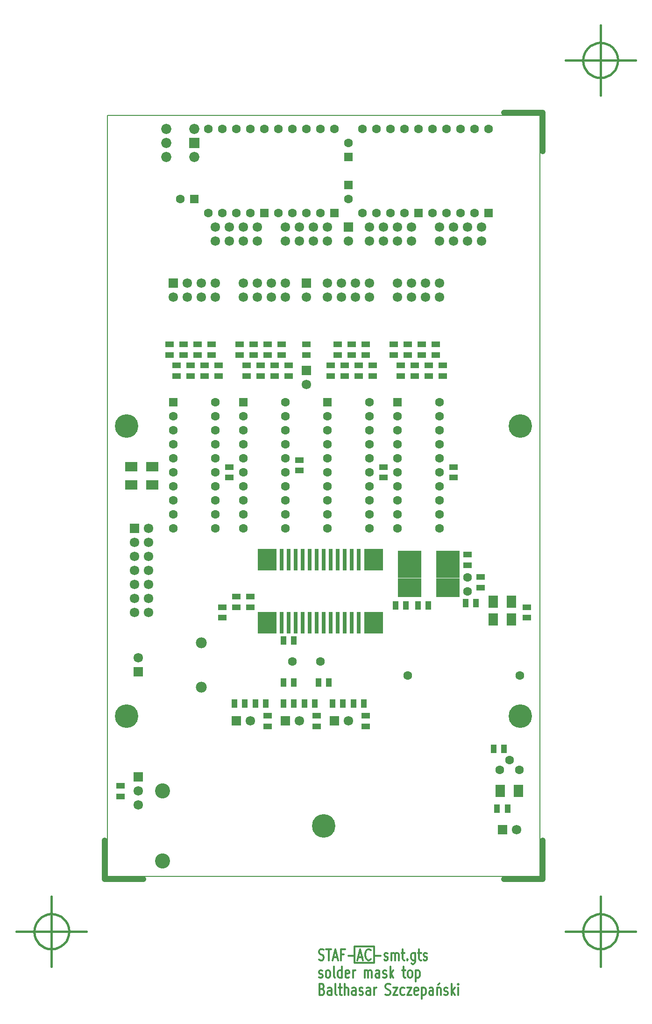
<source format=gts>
G04 (created by PCBNEW-RS274X (2012-apr-16-27)-stable) date sob, 2 kwi 2016, 18:39:04*
G01*
G70*
G90*
%MOIN*%
G04 Gerber Fmt 3.4, Leading zero omitted, Abs format*
%FSLAX34Y34*%
G04 APERTURE LIST*
%ADD10C,0.006000*%
%ADD11C,0.012000*%
%ADD12C,0.005900*%
%ADD13C,0.039400*%
%ADD14C,0.015000*%
%ADD15R,0.165300X0.137700*%
%ADD16R,0.165300X0.019600*%
%ADD17R,0.137800X0.157800*%
%ADD18R,0.027800X0.157800*%
%ADD19R,0.042800X0.062800*%
%ADD20R,0.062800X0.042800*%
%ADD21R,0.067800X0.087800*%
%ADD22R,0.062800X0.062800*%
%ADD23C,0.062800*%
%ADD24C,0.072800*%
%ADD25R,0.072800X0.072800*%
%ADD26R,0.087800X0.067800*%
%ADD27C,0.107800*%
%ADD28C,0.077800*%
%ADD29C,0.167800*%
%ADD30C,0.067800*%
%ADD31R,0.067800X0.067800*%
G04 APERTURE END LIST*
G54D10*
G54D11*
X19043Y-60463D02*
X17643Y-60463D01*
X19043Y-59313D02*
X19043Y-60463D01*
X17643Y-59313D02*
X19043Y-59313D01*
X17643Y-60463D02*
X17643Y-59313D01*
X15107Y-60249D02*
X15193Y-60287D01*
X15336Y-60287D01*
X15393Y-60249D01*
X15422Y-60211D01*
X15450Y-60134D01*
X15450Y-60058D01*
X15422Y-59982D01*
X15393Y-59944D01*
X15336Y-59906D01*
X15222Y-59868D01*
X15164Y-59830D01*
X15136Y-59792D01*
X15107Y-59715D01*
X15107Y-59639D01*
X15136Y-59563D01*
X15164Y-59525D01*
X15222Y-59487D01*
X15364Y-59487D01*
X15450Y-59525D01*
X15621Y-59487D02*
X15964Y-59487D01*
X15793Y-60287D02*
X15793Y-59487D01*
X16135Y-60058D02*
X16421Y-60058D01*
X16078Y-60287D02*
X16278Y-59487D01*
X16478Y-60287D01*
X16878Y-59868D02*
X16678Y-59868D01*
X16678Y-60287D02*
X16678Y-59487D01*
X16964Y-59487D01*
X17192Y-59982D02*
X17649Y-59982D01*
X17906Y-60058D02*
X18192Y-60058D01*
X17849Y-60287D02*
X18049Y-59487D01*
X18249Y-60287D01*
X18792Y-60211D02*
X18763Y-60249D01*
X18677Y-60287D01*
X18620Y-60287D01*
X18535Y-60249D01*
X18477Y-60173D01*
X18449Y-60096D01*
X18420Y-59944D01*
X18420Y-59830D01*
X18449Y-59677D01*
X18477Y-59601D01*
X18535Y-59525D01*
X18620Y-59487D01*
X18677Y-59487D01*
X18763Y-59525D01*
X18792Y-59563D01*
X19049Y-59982D02*
X19506Y-59982D01*
X19763Y-60249D02*
X19820Y-60287D01*
X19935Y-60287D01*
X19992Y-60249D01*
X20020Y-60173D01*
X20020Y-60134D01*
X19992Y-60058D01*
X19935Y-60020D01*
X19849Y-60020D01*
X19792Y-59982D01*
X19763Y-59906D01*
X19763Y-59868D01*
X19792Y-59792D01*
X19849Y-59753D01*
X19935Y-59753D01*
X19992Y-59792D01*
X20278Y-60287D02*
X20278Y-59753D01*
X20278Y-59830D02*
X20306Y-59792D01*
X20364Y-59753D01*
X20449Y-59753D01*
X20506Y-59792D01*
X20535Y-59868D01*
X20535Y-60287D01*
X20535Y-59868D02*
X20564Y-59792D01*
X20621Y-59753D01*
X20706Y-59753D01*
X20764Y-59792D01*
X20792Y-59868D01*
X20792Y-60287D01*
X20992Y-59753D02*
X21221Y-59753D01*
X21078Y-59487D02*
X21078Y-60173D01*
X21106Y-60249D01*
X21164Y-60287D01*
X21221Y-60287D01*
X21421Y-60211D02*
X21449Y-60249D01*
X21421Y-60287D01*
X21392Y-60249D01*
X21421Y-60211D01*
X21421Y-60287D01*
X21964Y-59753D02*
X21964Y-60401D01*
X21935Y-60477D01*
X21907Y-60515D01*
X21850Y-60553D01*
X21764Y-60553D01*
X21707Y-60515D01*
X21964Y-60249D02*
X21907Y-60287D01*
X21793Y-60287D01*
X21735Y-60249D01*
X21707Y-60211D01*
X21678Y-60134D01*
X21678Y-59906D01*
X21707Y-59830D01*
X21735Y-59792D01*
X21793Y-59753D01*
X21907Y-59753D01*
X21964Y-59792D01*
X22164Y-59753D02*
X22393Y-59753D01*
X22250Y-59487D02*
X22250Y-60173D01*
X22278Y-60249D01*
X22336Y-60287D01*
X22393Y-60287D01*
X22564Y-60249D02*
X22621Y-60287D01*
X22736Y-60287D01*
X22793Y-60249D01*
X22821Y-60173D01*
X22821Y-60134D01*
X22793Y-60058D01*
X22736Y-60020D01*
X22650Y-60020D01*
X22593Y-59982D01*
X22564Y-59906D01*
X22564Y-59868D01*
X22593Y-59792D01*
X22650Y-59753D01*
X22736Y-59753D01*
X22793Y-59792D01*
X15107Y-61489D02*
X15164Y-61527D01*
X15279Y-61527D01*
X15336Y-61489D01*
X15364Y-61413D01*
X15364Y-61374D01*
X15336Y-61298D01*
X15279Y-61260D01*
X15193Y-61260D01*
X15136Y-61222D01*
X15107Y-61146D01*
X15107Y-61108D01*
X15136Y-61032D01*
X15193Y-60993D01*
X15279Y-60993D01*
X15336Y-61032D01*
X15708Y-61527D02*
X15650Y-61489D01*
X15622Y-61451D01*
X15593Y-61374D01*
X15593Y-61146D01*
X15622Y-61070D01*
X15650Y-61032D01*
X15708Y-60993D01*
X15793Y-60993D01*
X15850Y-61032D01*
X15879Y-61070D01*
X15908Y-61146D01*
X15908Y-61374D01*
X15879Y-61451D01*
X15850Y-61489D01*
X15793Y-61527D01*
X15708Y-61527D01*
X16251Y-61527D02*
X16193Y-61489D01*
X16165Y-61413D01*
X16165Y-60727D01*
X16736Y-61527D02*
X16736Y-60727D01*
X16736Y-61489D02*
X16679Y-61527D01*
X16565Y-61527D01*
X16507Y-61489D01*
X16479Y-61451D01*
X16450Y-61374D01*
X16450Y-61146D01*
X16479Y-61070D01*
X16507Y-61032D01*
X16565Y-60993D01*
X16679Y-60993D01*
X16736Y-61032D01*
X17250Y-61489D02*
X17193Y-61527D01*
X17079Y-61527D01*
X17022Y-61489D01*
X16993Y-61413D01*
X16993Y-61108D01*
X17022Y-61032D01*
X17079Y-60993D01*
X17193Y-60993D01*
X17250Y-61032D01*
X17279Y-61108D01*
X17279Y-61184D01*
X16993Y-61260D01*
X17536Y-61527D02*
X17536Y-60993D01*
X17536Y-61146D02*
X17564Y-61070D01*
X17593Y-61032D01*
X17650Y-60993D01*
X17707Y-60993D01*
X18364Y-61527D02*
X18364Y-60993D01*
X18364Y-61070D02*
X18392Y-61032D01*
X18450Y-60993D01*
X18535Y-60993D01*
X18592Y-61032D01*
X18621Y-61108D01*
X18621Y-61527D01*
X18621Y-61108D02*
X18650Y-61032D01*
X18707Y-60993D01*
X18792Y-60993D01*
X18850Y-61032D01*
X18878Y-61108D01*
X18878Y-61527D01*
X19421Y-61527D02*
X19421Y-61108D01*
X19392Y-61032D01*
X19335Y-60993D01*
X19221Y-60993D01*
X19164Y-61032D01*
X19421Y-61489D02*
X19364Y-61527D01*
X19221Y-61527D01*
X19164Y-61489D01*
X19135Y-61413D01*
X19135Y-61336D01*
X19164Y-61260D01*
X19221Y-61222D01*
X19364Y-61222D01*
X19421Y-61184D01*
X19678Y-61489D02*
X19735Y-61527D01*
X19850Y-61527D01*
X19907Y-61489D01*
X19935Y-61413D01*
X19935Y-61374D01*
X19907Y-61298D01*
X19850Y-61260D01*
X19764Y-61260D01*
X19707Y-61222D01*
X19678Y-61146D01*
X19678Y-61108D01*
X19707Y-61032D01*
X19764Y-60993D01*
X19850Y-60993D01*
X19907Y-61032D01*
X20193Y-61527D02*
X20193Y-60727D01*
X20250Y-61222D02*
X20421Y-61527D01*
X20421Y-60993D02*
X20193Y-61298D01*
X21050Y-60993D02*
X21279Y-60993D01*
X21136Y-60727D02*
X21136Y-61413D01*
X21164Y-61489D01*
X21222Y-61527D01*
X21279Y-61527D01*
X21565Y-61527D02*
X21507Y-61489D01*
X21479Y-61451D01*
X21450Y-61374D01*
X21450Y-61146D01*
X21479Y-61070D01*
X21507Y-61032D01*
X21565Y-60993D01*
X21650Y-60993D01*
X21707Y-61032D01*
X21736Y-61070D01*
X21765Y-61146D01*
X21765Y-61374D01*
X21736Y-61451D01*
X21707Y-61489D01*
X21650Y-61527D01*
X21565Y-61527D01*
X22022Y-60993D02*
X22022Y-61793D01*
X22022Y-61032D02*
X22079Y-60993D01*
X22193Y-60993D01*
X22250Y-61032D01*
X22279Y-61070D01*
X22308Y-61146D01*
X22308Y-61374D01*
X22279Y-61451D01*
X22250Y-61489D01*
X22193Y-61527D01*
X22079Y-61527D01*
X22022Y-61489D01*
X15336Y-62348D02*
X15422Y-62386D01*
X15450Y-62424D01*
X15479Y-62500D01*
X15479Y-62614D01*
X15450Y-62691D01*
X15422Y-62729D01*
X15364Y-62767D01*
X15136Y-62767D01*
X15136Y-61967D01*
X15336Y-61967D01*
X15393Y-62005D01*
X15422Y-62043D01*
X15450Y-62119D01*
X15450Y-62195D01*
X15422Y-62272D01*
X15393Y-62310D01*
X15336Y-62348D01*
X15136Y-62348D01*
X15993Y-62767D02*
X15993Y-62348D01*
X15964Y-62272D01*
X15907Y-62233D01*
X15793Y-62233D01*
X15736Y-62272D01*
X15993Y-62729D02*
X15936Y-62767D01*
X15793Y-62767D01*
X15736Y-62729D01*
X15707Y-62653D01*
X15707Y-62576D01*
X15736Y-62500D01*
X15793Y-62462D01*
X15936Y-62462D01*
X15993Y-62424D01*
X16365Y-62767D02*
X16307Y-62729D01*
X16279Y-62653D01*
X16279Y-61967D01*
X16507Y-62233D02*
X16736Y-62233D01*
X16593Y-61967D02*
X16593Y-62653D01*
X16621Y-62729D01*
X16679Y-62767D01*
X16736Y-62767D01*
X16936Y-62767D02*
X16936Y-61967D01*
X17193Y-62767D02*
X17193Y-62348D01*
X17164Y-62272D01*
X17107Y-62233D01*
X17022Y-62233D01*
X16964Y-62272D01*
X16936Y-62310D01*
X17736Y-62767D02*
X17736Y-62348D01*
X17707Y-62272D01*
X17650Y-62233D01*
X17536Y-62233D01*
X17479Y-62272D01*
X17736Y-62729D02*
X17679Y-62767D01*
X17536Y-62767D01*
X17479Y-62729D01*
X17450Y-62653D01*
X17450Y-62576D01*
X17479Y-62500D01*
X17536Y-62462D01*
X17679Y-62462D01*
X17736Y-62424D01*
X17993Y-62729D02*
X18050Y-62767D01*
X18165Y-62767D01*
X18222Y-62729D01*
X18250Y-62653D01*
X18250Y-62614D01*
X18222Y-62538D01*
X18165Y-62500D01*
X18079Y-62500D01*
X18022Y-62462D01*
X17993Y-62386D01*
X17993Y-62348D01*
X18022Y-62272D01*
X18079Y-62233D01*
X18165Y-62233D01*
X18222Y-62272D01*
X18765Y-62767D02*
X18765Y-62348D01*
X18736Y-62272D01*
X18679Y-62233D01*
X18565Y-62233D01*
X18508Y-62272D01*
X18765Y-62729D02*
X18708Y-62767D01*
X18565Y-62767D01*
X18508Y-62729D01*
X18479Y-62653D01*
X18479Y-62576D01*
X18508Y-62500D01*
X18565Y-62462D01*
X18708Y-62462D01*
X18765Y-62424D01*
X19051Y-62767D02*
X19051Y-62233D01*
X19051Y-62386D02*
X19079Y-62310D01*
X19108Y-62272D01*
X19165Y-62233D01*
X19222Y-62233D01*
X19850Y-62729D02*
X19936Y-62767D01*
X20079Y-62767D01*
X20136Y-62729D01*
X20165Y-62691D01*
X20193Y-62614D01*
X20193Y-62538D01*
X20165Y-62462D01*
X20136Y-62424D01*
X20079Y-62386D01*
X19965Y-62348D01*
X19907Y-62310D01*
X19879Y-62272D01*
X19850Y-62195D01*
X19850Y-62119D01*
X19879Y-62043D01*
X19907Y-62005D01*
X19965Y-61967D01*
X20107Y-61967D01*
X20193Y-62005D01*
X20393Y-62233D02*
X20707Y-62233D01*
X20393Y-62767D01*
X20707Y-62767D01*
X21193Y-62729D02*
X21136Y-62767D01*
X21022Y-62767D01*
X20964Y-62729D01*
X20936Y-62691D01*
X20907Y-62614D01*
X20907Y-62386D01*
X20936Y-62310D01*
X20964Y-62272D01*
X21022Y-62233D01*
X21136Y-62233D01*
X21193Y-62272D01*
X21393Y-62233D02*
X21707Y-62233D01*
X21393Y-62767D01*
X21707Y-62767D01*
X22164Y-62729D02*
X22107Y-62767D01*
X21993Y-62767D01*
X21936Y-62729D01*
X21907Y-62653D01*
X21907Y-62348D01*
X21936Y-62272D01*
X21993Y-62233D01*
X22107Y-62233D01*
X22164Y-62272D01*
X22193Y-62348D01*
X22193Y-62424D01*
X21907Y-62500D01*
X22450Y-62233D02*
X22450Y-63033D01*
X22450Y-62272D02*
X22507Y-62233D01*
X22621Y-62233D01*
X22678Y-62272D01*
X22707Y-62310D01*
X22736Y-62386D01*
X22736Y-62614D01*
X22707Y-62691D01*
X22678Y-62729D01*
X22621Y-62767D01*
X22507Y-62767D01*
X22450Y-62729D01*
X23250Y-62767D02*
X23250Y-62348D01*
X23221Y-62272D01*
X23164Y-62233D01*
X23050Y-62233D01*
X22993Y-62272D01*
X23250Y-62729D02*
X23193Y-62767D01*
X23050Y-62767D01*
X22993Y-62729D01*
X22964Y-62653D01*
X22964Y-62576D01*
X22993Y-62500D01*
X23050Y-62462D01*
X23193Y-62462D01*
X23250Y-62424D01*
X23536Y-62233D02*
X23536Y-62767D01*
X23536Y-62310D02*
X23564Y-62272D01*
X23622Y-62233D01*
X23707Y-62233D01*
X23764Y-62272D01*
X23793Y-62348D01*
X23793Y-62767D01*
X23707Y-61929D02*
X23622Y-62043D01*
X24050Y-62729D02*
X24107Y-62767D01*
X24222Y-62767D01*
X24279Y-62729D01*
X24307Y-62653D01*
X24307Y-62614D01*
X24279Y-62538D01*
X24222Y-62500D01*
X24136Y-62500D01*
X24079Y-62462D01*
X24050Y-62386D01*
X24050Y-62348D01*
X24079Y-62272D01*
X24136Y-62233D01*
X24222Y-62233D01*
X24279Y-62272D01*
X24565Y-62767D02*
X24565Y-61967D01*
X24622Y-62462D02*
X24793Y-62767D01*
X24793Y-62233D02*
X24565Y-62538D01*
X25051Y-62767D02*
X25051Y-62233D01*
X25051Y-61967D02*
X25022Y-62005D01*
X25051Y-62043D01*
X25079Y-62005D01*
X25051Y-61967D01*
X25051Y-62043D01*
G54D12*
X00000Y-54292D02*
X00000Y00000D01*
X00000Y00000D02*
X30866Y00000D01*
X30866Y-54292D02*
X30866Y00000D01*
G54D13*
X-00197Y-54489D02*
X02559Y-54489D01*
X-00197Y-54489D02*
X-00197Y-51733D01*
X31063Y00196D02*
X31063Y-02559D01*
X31063Y00196D02*
X28307Y00196D01*
X31063Y-54489D02*
X28307Y-54489D01*
X31063Y-54489D02*
X31063Y-51733D01*
G54D14*
X-02726Y-58229D02*
X-02750Y-58471D01*
X-02821Y-58705D01*
X-02935Y-58920D01*
X-03090Y-59109D01*
X-03278Y-59265D01*
X-03492Y-59381D01*
X-03725Y-59453D01*
X-03968Y-59478D01*
X-04210Y-59456D01*
X-04444Y-59387D01*
X-04660Y-59274D01*
X-04850Y-59122D01*
X-05007Y-58935D01*
X-05124Y-58721D01*
X-05198Y-58488D01*
X-05225Y-58246D01*
X-05205Y-58004D01*
X-05138Y-57769D01*
X-05026Y-57552D01*
X-04875Y-57361D01*
X-04689Y-57203D01*
X-04476Y-57084D01*
X-04244Y-57009D01*
X-04002Y-56980D01*
X-03759Y-56998D01*
X-03524Y-57064D01*
X-03307Y-57174D01*
X-03114Y-57324D01*
X-02955Y-57509D01*
X-02835Y-57721D01*
X-02758Y-57953D01*
X-02727Y-58195D01*
X-02726Y-58229D01*
X-06476Y-58229D02*
X-01476Y-58229D01*
X-03976Y-55729D02*
X-03976Y-60729D01*
X36447Y03937D02*
X36423Y03695D01*
X36352Y03461D01*
X36238Y03246D01*
X36083Y03057D01*
X35895Y02901D01*
X35681Y02785D01*
X35448Y02713D01*
X35205Y02688D01*
X34963Y02710D01*
X34729Y02779D01*
X34513Y02892D01*
X34323Y03044D01*
X34166Y03231D01*
X34049Y03445D01*
X33975Y03678D01*
X33948Y03920D01*
X33968Y04162D01*
X34035Y04397D01*
X34147Y04614D01*
X34298Y04805D01*
X34484Y04963D01*
X34697Y05082D01*
X34929Y05157D01*
X35171Y05186D01*
X35414Y05168D01*
X35649Y05102D01*
X35866Y04992D01*
X36059Y04842D01*
X36218Y04657D01*
X36338Y04445D01*
X36415Y04213D01*
X36446Y03971D01*
X36447Y03937D01*
X32697Y03937D02*
X37697Y03937D01*
X35197Y06437D02*
X35197Y01437D01*
X36447Y-58229D02*
X36423Y-58471D01*
X36352Y-58705D01*
X36238Y-58920D01*
X36083Y-59109D01*
X35895Y-59265D01*
X35681Y-59381D01*
X35448Y-59453D01*
X35205Y-59478D01*
X34963Y-59456D01*
X34729Y-59387D01*
X34513Y-59274D01*
X34323Y-59122D01*
X34166Y-58935D01*
X34049Y-58721D01*
X33975Y-58488D01*
X33948Y-58246D01*
X33968Y-58004D01*
X34035Y-57769D01*
X34147Y-57552D01*
X34298Y-57361D01*
X34484Y-57203D01*
X34697Y-57084D01*
X34929Y-57009D01*
X35171Y-56980D01*
X35414Y-56998D01*
X35649Y-57064D01*
X35866Y-57174D01*
X36059Y-57324D01*
X36218Y-57509D01*
X36338Y-57721D01*
X36415Y-57953D01*
X36446Y-58195D01*
X36447Y-58229D01*
X32697Y-58229D02*
X37697Y-58229D01*
X35197Y-55729D02*
X35197Y-60729D01*
G54D12*
X00000Y-07599D02*
X00000Y-07363D01*
X30866Y-54292D02*
X00000Y-54292D01*
G54D15*
X24321Y-33697D03*
G54D16*
X24321Y-32910D03*
X24321Y-32713D03*
X24321Y-32516D03*
G54D15*
X24321Y-31729D03*
X21565Y-31729D03*
G54D16*
X21565Y-32516D03*
X21565Y-32713D03*
X21565Y-32910D03*
G54D15*
X21565Y-33697D03*
G54D17*
X11393Y-36213D03*
G54D18*
X12443Y-36213D03*
X12943Y-36213D03*
X13443Y-36213D03*
X13943Y-36213D03*
X14443Y-36213D03*
X14943Y-36213D03*
X15443Y-36213D03*
X15943Y-36213D03*
X16443Y-36213D03*
X16943Y-36213D03*
X17443Y-36213D03*
X17943Y-36213D03*
G54D17*
X18993Y-36213D03*
X18993Y-31713D03*
G54D18*
X17943Y-31713D03*
X17443Y-31713D03*
X16943Y-31713D03*
X16443Y-31713D03*
X15943Y-31713D03*
X15443Y-31713D03*
X14943Y-31713D03*
X14443Y-31713D03*
X13943Y-31713D03*
X13443Y-31713D03*
X12943Y-31713D03*
X12443Y-31713D03*
G54D17*
X11393Y-31713D03*
G54D19*
X21318Y-34963D03*
X20568Y-34963D03*
X22168Y-34963D03*
X22918Y-34963D03*
G54D20*
X29943Y-35838D03*
X29943Y-35088D03*
X25693Y-31338D03*
X25693Y-32088D03*
G54D19*
X26318Y-34813D03*
X25568Y-34813D03*
G54D20*
X26643Y-33688D03*
X26643Y-32938D03*
G54D21*
X27543Y-34713D03*
X28843Y-34713D03*
X28843Y-35963D03*
X27543Y-35963D03*
G54D22*
X27193Y-06963D03*
G54D23*
X26193Y-06963D03*
X25193Y-06963D03*
X24193Y-06963D03*
X23193Y-06963D03*
X23193Y-00963D03*
X24193Y-00963D03*
X25193Y-00963D03*
X26193Y-00963D03*
X27193Y-00963D03*
G54D22*
X22193Y-06963D03*
G54D23*
X21193Y-06963D03*
X20193Y-06963D03*
X19193Y-06963D03*
X18193Y-06963D03*
X18193Y-00963D03*
X19193Y-00963D03*
X20193Y-00963D03*
X21193Y-00963D03*
X22193Y-00963D03*
G54D22*
X16193Y-06963D03*
G54D23*
X15193Y-06963D03*
X14193Y-06963D03*
X13193Y-06963D03*
X12193Y-06963D03*
X12193Y-00963D03*
X13193Y-00963D03*
X14193Y-00963D03*
X15193Y-00963D03*
X16193Y-00963D03*
G54D22*
X11193Y-06963D03*
G54D23*
X10193Y-06963D03*
X09193Y-06963D03*
X08193Y-06963D03*
X07193Y-06963D03*
X07193Y-00963D03*
X08193Y-00963D03*
X09193Y-00963D03*
X10193Y-00963D03*
X11193Y-00963D03*
G54D22*
X17193Y-02963D03*
G54D23*
X17193Y-01963D03*
G54D22*
X17193Y-04963D03*
G54D23*
X17193Y-05963D03*
G54D22*
X06193Y-05963D03*
G54D23*
X05193Y-05963D03*
G54D24*
X06193Y-02963D03*
X04193Y-02963D03*
G54D25*
X06193Y-01963D03*
G54D24*
X04193Y-01963D03*
X06193Y-00963D03*
X04193Y-00963D03*
G54D20*
X04443Y-17088D03*
X04443Y-16338D03*
X23943Y-17838D03*
X23943Y-18588D03*
X23443Y-17088D03*
X23443Y-16338D03*
X22943Y-17838D03*
X22943Y-18588D03*
X22443Y-17088D03*
X22443Y-16338D03*
X21943Y-17838D03*
X21943Y-18588D03*
X21443Y-17088D03*
X21443Y-16338D03*
X20943Y-17838D03*
X20943Y-18588D03*
X20443Y-17088D03*
X20443Y-16338D03*
X18943Y-17838D03*
X18943Y-18588D03*
X18443Y-17088D03*
X18443Y-16338D03*
X17943Y-17838D03*
X17943Y-18588D03*
X17443Y-17088D03*
X17443Y-16338D03*
X16943Y-17838D03*
X16943Y-18588D03*
X16443Y-17088D03*
X16443Y-16338D03*
X15943Y-17838D03*
X15943Y-18588D03*
X14193Y-16338D03*
X14193Y-17088D03*
X04943Y-17838D03*
X04943Y-18588D03*
X05443Y-17088D03*
X05443Y-16338D03*
X05943Y-17838D03*
X05943Y-18588D03*
X06443Y-17088D03*
X06443Y-16338D03*
X06943Y-17838D03*
X06943Y-18588D03*
X07443Y-17088D03*
X07443Y-16338D03*
X07943Y-17838D03*
X07943Y-18588D03*
X09443Y-17088D03*
X09443Y-16338D03*
X09943Y-17838D03*
X09943Y-18588D03*
X10443Y-17088D03*
X10443Y-16338D03*
X10943Y-17838D03*
X10943Y-18588D03*
X11443Y-17088D03*
X11443Y-16338D03*
X11943Y-17838D03*
X11943Y-18588D03*
X12443Y-17088D03*
X12443Y-16338D03*
X12943Y-17838D03*
X12943Y-18588D03*
G54D22*
X04693Y-20463D03*
G54D23*
X04693Y-21463D03*
X04693Y-22463D03*
X04693Y-23463D03*
X04693Y-24463D03*
X04693Y-25463D03*
X04693Y-26463D03*
X04693Y-27463D03*
X04693Y-28463D03*
X04693Y-29463D03*
X07693Y-29463D03*
X07693Y-28463D03*
X07693Y-27463D03*
X07693Y-26463D03*
X07693Y-25463D03*
X07693Y-24463D03*
X07693Y-23463D03*
X07693Y-22463D03*
X07693Y-21463D03*
X07693Y-20463D03*
G54D22*
X09693Y-20463D03*
G54D23*
X09693Y-21463D03*
X09693Y-22463D03*
X09693Y-23463D03*
X09693Y-24463D03*
X09693Y-25463D03*
X09693Y-26463D03*
X09693Y-27463D03*
X09693Y-28463D03*
X09693Y-29463D03*
X12693Y-29463D03*
X12693Y-28463D03*
X12693Y-27463D03*
X12693Y-26463D03*
X12693Y-25463D03*
X12693Y-24463D03*
X12693Y-23463D03*
X12693Y-22463D03*
X12693Y-21463D03*
X12693Y-20463D03*
G54D22*
X15693Y-20463D03*
G54D23*
X15693Y-21463D03*
X15693Y-22463D03*
X15693Y-23463D03*
X15693Y-24463D03*
X15693Y-25463D03*
X15693Y-26463D03*
X15693Y-27463D03*
X15693Y-28463D03*
X15693Y-29463D03*
X18693Y-29463D03*
X18693Y-28463D03*
X18693Y-27463D03*
X18693Y-26463D03*
X18693Y-25463D03*
X18693Y-24463D03*
X18693Y-23463D03*
X18693Y-22463D03*
X18693Y-21463D03*
X18693Y-20463D03*
G54D22*
X20693Y-20463D03*
G54D23*
X20693Y-21463D03*
X20693Y-22463D03*
X20693Y-23463D03*
X20693Y-24463D03*
X20693Y-25463D03*
X20693Y-26463D03*
X20693Y-27463D03*
X20693Y-28463D03*
X20693Y-29463D03*
X23693Y-29463D03*
X23693Y-28463D03*
X23693Y-27463D03*
X23693Y-26463D03*
X23693Y-25463D03*
X23693Y-24463D03*
X23693Y-23463D03*
X23693Y-22463D03*
X23693Y-21463D03*
X23693Y-20463D03*
G54D20*
X08693Y-25838D03*
X08693Y-25088D03*
X13693Y-25338D03*
X13693Y-24588D03*
X19693Y-25838D03*
X19693Y-25088D03*
X24693Y-25838D03*
X24693Y-25088D03*
G54D23*
X25693Y-33963D03*
X25693Y-32963D03*
G54D19*
X13318Y-37463D03*
X12568Y-37463D03*
X12568Y-40463D03*
X13318Y-40463D03*
X15818Y-40463D03*
X15068Y-40463D03*
G54D20*
X09193Y-35088D03*
X09193Y-34338D03*
X08193Y-35838D03*
X08193Y-35088D03*
X10193Y-35088D03*
X10193Y-34338D03*
G54D23*
X29443Y-39963D03*
X21443Y-39963D03*
X15193Y-38963D03*
X13193Y-38963D03*
G54D26*
X01693Y-26363D03*
X01693Y-25063D03*
G54D19*
X16068Y-41963D03*
X16818Y-41963D03*
X12568Y-41963D03*
X13318Y-41963D03*
X09068Y-41963D03*
X09818Y-41963D03*
G54D20*
X18443Y-43588D03*
X18443Y-42838D03*
G54D19*
X18318Y-41963D03*
X17568Y-41963D03*
G54D20*
X14943Y-43588D03*
X14943Y-42838D03*
G54D19*
X14818Y-41963D03*
X14068Y-41963D03*
G54D20*
X11443Y-43588D03*
X11443Y-42838D03*
G54D19*
X11318Y-41963D03*
X10568Y-41963D03*
G54D27*
X03943Y-48213D03*
X03943Y-53213D03*
G54D20*
X00943Y-48588D03*
X00943Y-47838D03*
G54D28*
X06693Y-37638D03*
X06693Y-40788D03*
G54D29*
X01378Y-22166D03*
X01378Y-42874D03*
X29488Y-42874D03*
X29488Y-22166D03*
X15450Y-50700D03*
G54D30*
X04693Y-12963D03*
G54D31*
X04693Y-11963D03*
G54D30*
X05693Y-12963D03*
X05693Y-11963D03*
X06693Y-12963D03*
X06693Y-11963D03*
X07693Y-12963D03*
X07693Y-11963D03*
X09693Y-12963D03*
X09693Y-11963D03*
X10693Y-12963D03*
X10693Y-11963D03*
X11693Y-12963D03*
X11693Y-11963D03*
X12693Y-12963D03*
X12693Y-11963D03*
X14193Y-12963D03*
G54D31*
X14193Y-11963D03*
G54D30*
X15693Y-12963D03*
X15693Y-11963D03*
X16693Y-12963D03*
X16693Y-11963D03*
X17693Y-12963D03*
X17693Y-11963D03*
X18693Y-12963D03*
X18693Y-11963D03*
X20693Y-12963D03*
X20693Y-11963D03*
X21693Y-12963D03*
X21693Y-11963D03*
X22693Y-12963D03*
X22693Y-11963D03*
X23693Y-12963D03*
X23693Y-11963D03*
X02943Y-29463D03*
G54D31*
X01943Y-29463D03*
G54D30*
X01943Y-30463D03*
X02943Y-30463D03*
X01943Y-31463D03*
X02943Y-31463D03*
X01943Y-32463D03*
X02943Y-32463D03*
X01943Y-33463D03*
X02943Y-33463D03*
X01943Y-34463D03*
X02943Y-34463D03*
X01943Y-35463D03*
X02943Y-35463D03*
G54D31*
X16193Y-43213D03*
G54D30*
X17193Y-43213D03*
G54D31*
X12693Y-43213D03*
G54D30*
X13693Y-43213D03*
G54D31*
X09193Y-43213D03*
G54D30*
X10193Y-43213D03*
G54D31*
X02193Y-47213D03*
G54D30*
X02193Y-48213D03*
G54D31*
X14193Y-18213D03*
G54D30*
X14193Y-19213D03*
G54D31*
X02193Y-39713D03*
G54D30*
X02193Y-38713D03*
X02193Y-49213D03*
X26693Y-07963D03*
X26693Y-08963D03*
X25693Y-07963D03*
X25693Y-08963D03*
X24693Y-07963D03*
X24693Y-08963D03*
X23693Y-07963D03*
X23693Y-08963D03*
X21693Y-07963D03*
X21693Y-08963D03*
X20693Y-07963D03*
X20693Y-08963D03*
X19693Y-07963D03*
X19693Y-08963D03*
X18693Y-07963D03*
X18693Y-08963D03*
G54D31*
X17193Y-07963D03*
G54D30*
X17193Y-08963D03*
X15693Y-07963D03*
X15693Y-08963D03*
X14693Y-07963D03*
X14693Y-08963D03*
X13693Y-07963D03*
X13693Y-08963D03*
X12693Y-07963D03*
X12693Y-08963D03*
X10693Y-07963D03*
X10693Y-08963D03*
X09693Y-07963D03*
X09693Y-08963D03*
X08693Y-07963D03*
X08693Y-08963D03*
X07693Y-07963D03*
X07693Y-08963D03*
G54D21*
X28043Y-48213D03*
X29343Y-48213D03*
G54D19*
X28568Y-49463D03*
X27818Y-49463D03*
X27568Y-45213D03*
X28318Y-45213D03*
G54D31*
X28193Y-50963D03*
G54D30*
X29193Y-50963D03*
G54D23*
X27993Y-46713D03*
X28693Y-46013D03*
X29393Y-46713D03*
G54D26*
X03193Y-26363D03*
X03193Y-25063D03*
M02*

</source>
